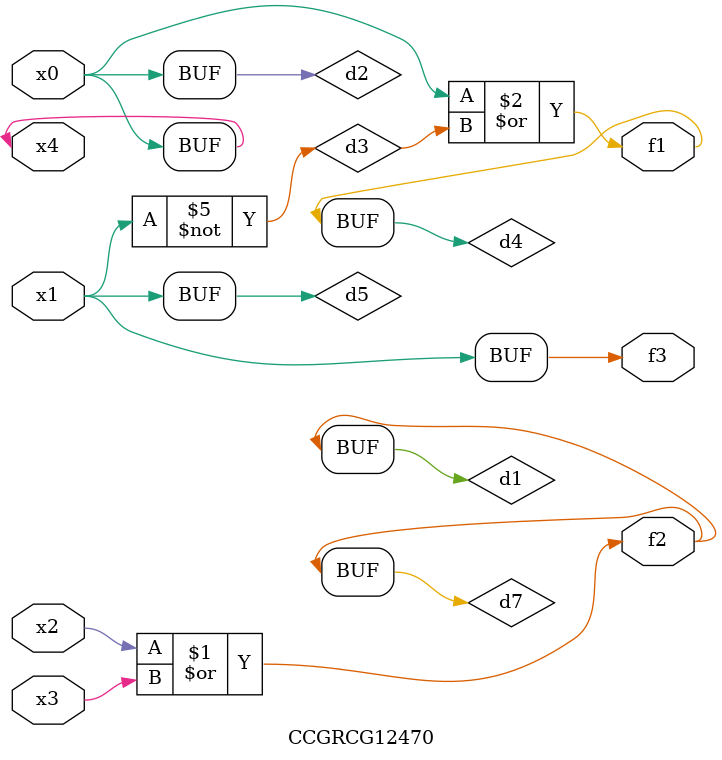
<source format=v>
module CCGRCG12470(
	input x0, x1, x2, x3, x4,
	output f1, f2, f3
);

	wire d1, d2, d3, d4, d5, d6, d7;

	or (d1, x2, x3);
	buf (d2, x0, x4);
	not (d3, x1);
	or (d4, d2, d3);
	not (d5, d3);
	nand (d6, d1, d3);
	or (d7, d1);
	assign f1 = d4;
	assign f2 = d7;
	assign f3 = d5;
endmodule

</source>
